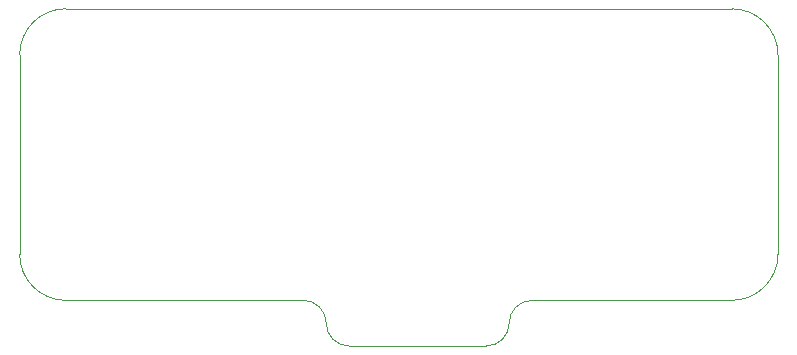
<source format=gbr>
G04 #@! TF.GenerationSoftware,KiCad,Pcbnew,7.0.0-1.fc37*
G04 #@! TF.CreationDate,2023-02-19T18:59:07+00:00*
G04 #@! TF.ProjectId,Gary,47617279-2e6b-4696-9361-645f70636258,rev?*
G04 #@! TF.SameCoordinates,Original*
G04 #@! TF.FileFunction,Profile,NP*
%FSLAX46Y46*%
G04 Gerber Fmt 4.6, Leading zero omitted, Abs format (unit mm)*
G04 Created by KiCad (PCBNEW 7.0.0-1.fc37) date 2023-02-19 18:59:07*
%MOMM*%
%LPD*%
G01*
G04 APERTURE LIST*
G04 #@! TA.AperFunction,Profile*
%ADD10C,0.100000*%
G04 #@! TD*
G04 APERTURE END LIST*
D10*
X189331600Y-39573200D02*
X189331600Y-56438800D01*
X129032000Y-35661600D02*
X185420000Y-35661600D01*
X185420000Y-60350400D02*
G75*
G03*
X189331600Y-56438800I0J3911600D01*
G01*
X151079200Y-62280800D02*
G75*
G03*
X153009600Y-64211200I1930400J0D01*
G01*
X129032000Y-35661600D02*
G75*
G03*
X125120400Y-39573200I0J-3911600D01*
G01*
X149148800Y-60350400D02*
X129032000Y-60350400D01*
X189331600Y-39573200D02*
G75*
G03*
X185420000Y-35661600I-3911600J0D01*
G01*
X125120400Y-56438800D02*
X125120400Y-39573200D01*
X168503600Y-60350400D02*
G75*
G03*
X166573200Y-62280800I0J-1930400D01*
G01*
X185420000Y-60350400D02*
X168503600Y-60350400D01*
X164642800Y-64211200D02*
G75*
G03*
X166573200Y-62280800I0J1930400D01*
G01*
X151079200Y-62280800D02*
G75*
G03*
X149148800Y-60350400I-1930400J0D01*
G01*
X125120400Y-56438800D02*
G75*
G03*
X129032000Y-60350400I3911600J0D01*
G01*
X164642800Y-64211200D02*
X153009600Y-64211200D01*
M02*

</source>
